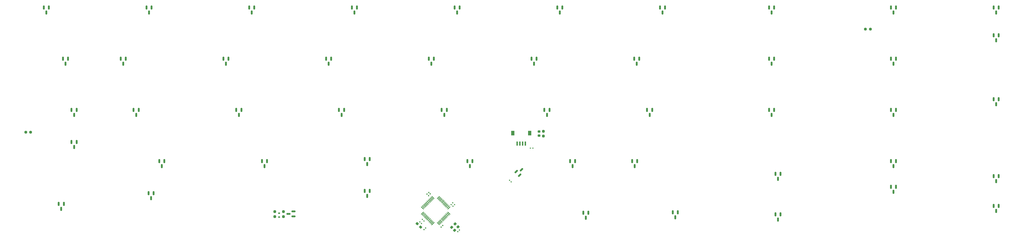
<source format=gbr>
%TF.GenerationSoftware,KiCad,Pcbnew,(6.0.0)*%
%TF.CreationDate,2022-10-18T00:35:49-05:00*%
%TF.ProjectId,_autosave-Phidias-F072-pcb,5f617574-6f73-4617-9665-2d5068696469,rev?*%
%TF.SameCoordinates,Original*%
%TF.FileFunction,Paste,Bot*%
%TF.FilePolarity,Positive*%
%FSLAX46Y46*%
G04 Gerber Fmt 4.6, Leading zero omitted, Abs format (unit mm)*
G04 Created by KiCad (PCBNEW (6.0.0)) date 2022-10-18 00:35:49*
%MOMM*%
%LPD*%
G01*
G04 APERTURE LIST*
G04 Aperture macros list*
%AMRoundRect*
0 Rectangle with rounded corners*
0 $1 Rounding radius*
0 $2 $3 $4 $5 $6 $7 $8 $9 X,Y pos of 4 corners*
0 Add a 4 corners polygon primitive as box body*
4,1,4,$2,$3,$4,$5,$6,$7,$8,$9,$2,$3,0*
0 Add four circle primitives for the rounded corners*
1,1,$1+$1,$2,$3*
1,1,$1+$1,$4,$5*
1,1,$1+$1,$6,$7*
1,1,$1+$1,$8,$9*
0 Add four rect primitives between the rounded corners*
20,1,$1+$1,$2,$3,$4,$5,0*
20,1,$1+$1,$4,$5,$6,$7,0*
20,1,$1+$1,$6,$7,$8,$9,0*
20,1,$1+$1,$8,$9,$2,$3,0*%
%AMRotRect*
0 Rectangle, with rotation*
0 The origin of the aperture is its center*
0 $1 length*
0 $2 width*
0 $3 Rotation angle, in degrees counterclockwise*
0 Add horizontal line*
21,1,$1,$2,0,0,$3*%
G04 Aperture macros list end*
%ADD10RoundRect,0.090000X0.034648X0.161927X-0.161927X-0.034648X-0.034648X-0.161927X0.161927X0.034648X0*%
%ADD11RoundRect,0.150000X-0.150000X0.587500X-0.150000X-0.587500X0.150000X-0.587500X0.150000X0.587500X0*%
%ADD12RoundRect,0.150000X0.587500X0.150000X-0.587500X0.150000X-0.587500X-0.150000X0.587500X-0.150000X0*%
%ADD13RoundRect,0.218750X-0.256250X0.218750X-0.256250X-0.218750X0.256250X-0.218750X0.256250X0.218750X0*%
%ADD14RoundRect,0.150000X-0.309359X-0.521491X0.521491X0.309359X0.309359X0.521491X-0.521491X-0.309359X0*%
%ADD15RoundRect,0.237500X-0.008839X-0.344715X0.344715X0.008839X0.008839X0.344715X-0.344715X-0.008839X0*%
%ADD16RoundRect,0.090000X-0.161927X0.034648X0.034648X-0.161927X0.161927X-0.034648X-0.034648X0.161927X0*%
%ADD17R,0.700000X0.600000*%
%ADD18RoundRect,0.090000X-0.034648X-0.161927X0.161927X0.034648X0.034648X0.161927X-0.161927X-0.034648X0*%
%ADD19RoundRect,0.237500X-0.344715X0.008839X0.008839X-0.344715X0.344715X-0.008839X-0.008839X0.344715X0*%
%ADD20RoundRect,0.237500X0.237500X-0.250000X0.237500X0.250000X-0.237500X0.250000X-0.237500X-0.250000X0*%
%ADD21RotRect,1.475000X0.300000X45.000000*%
%ADD22RoundRect,0.150000X-0.415425X-0.415425X0.415425X0.415425X0.415425X0.415425X-0.415425X-0.415425X0*%
%ADD23RoundRect,0.150000X0.415425X-0.415425X0.415425X-0.415425X-0.415425X0.415425X-0.415425X0.415425X0*%
%ADD24RoundRect,0.237500X0.250000X0.237500X-0.250000X0.237500X-0.250000X-0.237500X0.250000X-0.237500X0*%
%ADD25R,0.600000X1.550000*%
%ADD26R,1.200000X1.800000*%
%ADD27RoundRect,0.090000X0.161927X-0.034648X-0.034648X0.161927X-0.161927X0.034648X0.034648X-0.161927X0*%
%ADD28RoundRect,0.090000X-0.139000X-0.090000X0.139000X-0.090000X0.139000X0.090000X-0.139000X0.090000X0*%
G04 APERTURE END LIST*
D10*
%TO.C,C5*%
X184688352Y-107151648D03*
X185300000Y-106540000D03*
%TD*%
D11*
%TO.C,D4*%
X156212500Y-37162500D03*
X158112500Y-37162500D03*
X157162500Y-39037500D03*
%TD*%
D10*
%TO.C,C7*%
X184134176Y-106595824D03*
X184745824Y-105984176D03*
%TD*%
D11*
%TO.C,D28*%
X310993750Y-75262500D03*
X312893750Y-75262500D03*
X311943750Y-77137500D03*
%TD*%
D12*
%TO.C,Q1*%
X134587500Y-113020000D03*
X134587500Y-114920000D03*
X132712500Y-113970000D03*
%TD*%
D13*
%TO.C,LED1*%
X225690000Y-83282500D03*
X225690000Y-84857500D03*
%TD*%
D11*
%TO.C,D41*%
X47468750Y-110187500D03*
X49368750Y-110187500D03*
X48418750Y-112062500D03*
%TD*%
%TO.C,D45*%
X275275000Y-113362500D03*
X277175000Y-113362500D03*
X276225000Y-115237500D03*
%TD*%
%TO.C,D8*%
X310993750Y-37162500D03*
X312893750Y-37162500D03*
X311943750Y-39037500D03*
%TD*%
%TO.C,D31*%
X52231250Y-87168750D03*
X54131250Y-87168750D03*
X53181250Y-89043750D03*
%TD*%
%TO.C,D48*%
X394337500Y-110981250D03*
X396237500Y-110981250D03*
X395287500Y-112856250D03*
%TD*%
%TO.C,D23*%
X113350000Y-75262500D03*
X115250000Y-75262500D03*
X114300000Y-77137500D03*
%TD*%
D10*
%TO.C,C1*%
X196105824Y-119954176D03*
X195494176Y-120565824D03*
%TD*%
D11*
%TO.C,D1*%
X41912500Y-37162500D03*
X43812500Y-37162500D03*
X42862500Y-39037500D03*
%TD*%
D14*
%TO.C,U1*%
X218518839Y-99564664D03*
X217175336Y-98221161D03*
X219172913Y-97567087D03*
%TD*%
D11*
%TO.C,D27*%
X265750000Y-75262500D03*
X267650000Y-75262500D03*
X266700000Y-77137500D03*
%TD*%
D15*
%TO.C,R2*%
X193244765Y-118955235D03*
X194535235Y-117664765D03*
%TD*%
D16*
%TO.C,C10*%
X183010000Y-116610000D03*
X182398352Y-115998352D03*
%TD*%
D11*
%TO.C,D24*%
X151450000Y-75262500D03*
X153350000Y-75262500D03*
X152400000Y-77137500D03*
%TD*%
D17*
%TO.C,D49*%
X129260000Y-113720000D03*
X129260000Y-115120000D03*
%TD*%
D18*
%TO.C,C6*%
X189334176Y-118865824D03*
X189945824Y-118254176D03*
%TD*%
D10*
%TO.C,C2*%
X183625824Y-119184176D03*
X183014176Y-119795824D03*
%TD*%
D11*
%TO.C,D26*%
X227650000Y-75262500D03*
X229550000Y-75262500D03*
X228600000Y-77137500D03*
%TD*%
%TO.C,D2*%
X80012500Y-37162500D03*
X81912500Y-37162500D03*
X80962500Y-39037500D03*
%TD*%
D19*
%TO.C,R3*%
X180430000Y-117560000D03*
X181720470Y-118850470D03*
%TD*%
D11*
%TO.C,D21*%
X52231250Y-75262500D03*
X54131250Y-75262500D03*
X53181250Y-77137500D03*
%TD*%
%TO.C,D43*%
X160975000Y-105425000D03*
X162875000Y-105425000D03*
X161925000Y-107300000D03*
%TD*%
%TO.C,D46*%
X313375000Y-114156250D03*
X315275000Y-114156250D03*
X314325000Y-116031250D03*
%TD*%
%TO.C,D37*%
X260193750Y-94312500D03*
X262093750Y-94312500D03*
X261143750Y-96187500D03*
%TD*%
%TO.C,D17*%
X260987500Y-56212500D03*
X262887500Y-56212500D03*
X261937500Y-58087500D03*
%TD*%
%TO.C,D33*%
X122875000Y-94312500D03*
X124775000Y-94312500D03*
X123825000Y-96187500D03*
%TD*%
%TO.C,D3*%
X118112500Y-37162500D03*
X120012500Y-37162500D03*
X119062500Y-39037500D03*
%TD*%
%TO.C,D5*%
X194312500Y-37162500D03*
X196212500Y-37162500D03*
X195262500Y-39037500D03*
%TD*%
%TO.C,D11*%
X49056250Y-56212500D03*
X50956250Y-56212500D03*
X50006250Y-58087500D03*
%TD*%
%TO.C,D35*%
X199075000Y-94312500D03*
X200975000Y-94312500D03*
X200025000Y-96187500D03*
%TD*%
%TO.C,D30*%
X394337500Y-71293750D03*
X396237500Y-71293750D03*
X395287500Y-73168750D03*
%TD*%
D20*
%TO.C,R4*%
X127640000Y-114932500D03*
X127640000Y-113107500D03*
%TD*%
%TO.C,R6*%
X227310000Y-85012500D03*
X227310000Y-83187500D03*
%TD*%
D21*
%TO.C,U2*%
X186326212Y-117600376D03*
D22*
X185972658Y-117246822D03*
X185619105Y-116893269D03*
X185265551Y-116539715D03*
X184911998Y-116186162D03*
X184558445Y-115832609D03*
X184204891Y-115479055D03*
X183851338Y-115125502D03*
X183497785Y-114771949D03*
X183144231Y-114418395D03*
X182790678Y-114064842D03*
X182437124Y-113711288D03*
D23*
X182437124Y-111713712D03*
X182790678Y-111360158D03*
X183144231Y-111006605D03*
X183497785Y-110653051D03*
X183851338Y-110299498D03*
X184204891Y-109945945D03*
X184558445Y-109592391D03*
X184911998Y-109238838D03*
X185265551Y-108885285D03*
X185619105Y-108531731D03*
X185972658Y-108178178D03*
X186326212Y-107824624D03*
D22*
X188323788Y-107824624D03*
X188677342Y-108178178D03*
X189030895Y-108531731D03*
X189384449Y-108885285D03*
X189738002Y-109238838D03*
X190091555Y-109592391D03*
X190445109Y-109945945D03*
X190798662Y-110299498D03*
X191152215Y-110653051D03*
X191505769Y-111006605D03*
X191859322Y-111360158D03*
X192212876Y-111713712D03*
D23*
X192212876Y-113711288D03*
X191859322Y-114064842D03*
X191505769Y-114418395D03*
X191152215Y-114771949D03*
X190798662Y-115125502D03*
X190445109Y-115479055D03*
X190091555Y-115832609D03*
X189738002Y-116186162D03*
X189384449Y-116539715D03*
X189030895Y-116893269D03*
X188677342Y-117246822D03*
X188323788Y-117600376D03*
%TD*%
D11*
%TO.C,D16*%
X222887500Y-56212500D03*
X224787500Y-56212500D03*
X223837500Y-58087500D03*
%TD*%
%TO.C,D7*%
X270512500Y-37162500D03*
X272412500Y-37162500D03*
X271462500Y-39037500D03*
%TD*%
%TO.C,D22*%
X75250000Y-75262500D03*
X77150000Y-75262500D03*
X76200000Y-77137500D03*
%TD*%
%TO.C,D13*%
X108587500Y-56212500D03*
X110487500Y-56212500D03*
X109537500Y-58087500D03*
%TD*%
%TO.C,D44*%
X242093750Y-113506250D03*
X243993750Y-113506250D03*
X243043750Y-115381250D03*
%TD*%
%TO.C,D12*%
X70487500Y-56212500D03*
X72387500Y-56212500D03*
X71437500Y-58087500D03*
%TD*%
%TO.C,D15*%
X184787500Y-56212500D03*
X186687500Y-56212500D03*
X185737500Y-58087500D03*
%TD*%
D24*
%TO.C,R8*%
X348575000Y-45243750D03*
X346750000Y-45243750D03*
%TD*%
D25*
%TO.C,J1*%
X217575000Y-87750000D03*
X218575000Y-87750000D03*
X219575000Y-87750000D03*
X220575000Y-87750000D03*
D26*
X215975000Y-83875000D03*
X222175000Y-83875000D03*
%TD*%
D11*
%TO.C,D47*%
X356237500Y-103837500D03*
X358137500Y-103837500D03*
X357187500Y-105712500D03*
%TD*%
%TO.C,D19*%
X356237500Y-56212500D03*
X358137500Y-56212500D03*
X357187500Y-58087500D03*
%TD*%
%TO.C,D40*%
X394337500Y-99868750D03*
X396237500Y-99868750D03*
X395287500Y-101743750D03*
%TD*%
%TO.C,D25*%
X189550000Y-75262500D03*
X191450000Y-75262500D03*
X190500000Y-77137500D03*
%TD*%
D16*
%TO.C,C11*%
X181498352Y-116898352D03*
X182110000Y-117510000D03*
%TD*%
D11*
%TO.C,D39*%
X356237500Y-94312500D03*
X358137500Y-94312500D03*
X357187500Y-96187500D03*
%TD*%
D20*
%TO.C,R5*%
X130870000Y-114942500D03*
X130870000Y-113117500D03*
%TD*%
D24*
%TO.C,R7*%
X37052500Y-83600000D03*
X35227500Y-83600000D03*
%TD*%
D11*
%TO.C,D29*%
X356237500Y-75262500D03*
X358137500Y-75262500D03*
X357187500Y-77137500D03*
%TD*%
%TO.C,D42*%
X80806250Y-106218750D03*
X82706250Y-106218750D03*
X81756250Y-108093750D03*
%TD*%
%TO.C,D38*%
X313375000Y-99075000D03*
X315275000Y-99075000D03*
X314325000Y-100950000D03*
%TD*%
D27*
%TO.C,C9*%
X194325824Y-110455824D03*
X193714176Y-109844176D03*
%TD*%
D11*
%TO.C,D36*%
X237175000Y-94312500D03*
X239075000Y-94312500D03*
X238125000Y-96187500D03*
%TD*%
D27*
%TO.C,C8*%
X193725824Y-111055824D03*
X193114176Y-110444176D03*
%TD*%
D11*
%TO.C,D10*%
X394337500Y-37162500D03*
X396237500Y-37162500D03*
X395287500Y-39037500D03*
%TD*%
%TO.C,D14*%
X146687500Y-56212500D03*
X148587500Y-56212500D03*
X147637500Y-58087500D03*
%TD*%
%TO.C,D20*%
X394337500Y-47481250D03*
X396237500Y-47481250D03*
X395287500Y-49356250D03*
%TD*%
D28*
%TO.C,C3*%
X223362500Y-89470000D03*
X222497500Y-89470000D03*
%TD*%
D16*
%TO.C,C4*%
X214734176Y-101424176D03*
X215345824Y-102035824D03*
%TD*%
D15*
%TO.C,R1*%
X194364765Y-120075235D03*
X195655235Y-118784765D03*
%TD*%
D11*
%TO.C,D6*%
X232412500Y-37162500D03*
X234312500Y-37162500D03*
X233362500Y-39037500D03*
%TD*%
%TO.C,D32*%
X84775000Y-94312500D03*
X86675000Y-94312500D03*
X85725000Y-96187500D03*
%TD*%
%TO.C,D9*%
X356237500Y-37162500D03*
X358137500Y-37162500D03*
X357187500Y-39037500D03*
%TD*%
%TO.C,D18*%
X310993750Y-56212500D03*
X312893750Y-56212500D03*
X311943750Y-58087500D03*
%TD*%
%TO.C,D34*%
X160975000Y-93518750D03*
X162875000Y-93518750D03*
X161925000Y-95393750D03*
%TD*%
M02*

</source>
